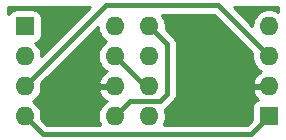
<source format=gbr>
%TF.GenerationSoftware,KiCad,Pcbnew,(5.1.6)-1*%
%TF.CreationDate,2022-10-11T15:47:42-07:00*%
%TF.ProjectId,DIP8_Adapter_B,44495038-5f41-4646-9170-7465725f422e,rev?*%
%TF.SameCoordinates,Original*%
%TF.FileFunction,Copper,L1,Top*%
%TF.FilePolarity,Positive*%
%FSLAX46Y46*%
G04 Gerber Fmt 4.6, Leading zero omitted, Abs format (unit mm)*
G04 Created by KiCad (PCBNEW (5.1.6)-1) date 2022-10-11 15:47:42*
%MOMM*%
%LPD*%
G01*
G04 APERTURE LIST*
%TA.AperFunction,ComponentPad*%
%ADD10O,1.600000X1.600000*%
%TD*%
%TA.AperFunction,ComponentPad*%
%ADD11R,1.600000X1.600000*%
%TD*%
%TA.AperFunction,ViaPad*%
%ADD12C,0.800000*%
%TD*%
%TA.AperFunction,Conductor*%
%ADD13C,0.381000*%
%TD*%
%TA.AperFunction,Conductor*%
%ADD14C,0.254000*%
%TD*%
G04 APERTURE END LIST*
D10*
%TO.P,U2,8*%
%TO.N,Net-(U2-Pad8)*%
X139573000Y-85852000D03*
%TO.P,U2,4*%
%TO.N,Net-(U2-Pad4)*%
X149733000Y-78232000D03*
%TO.P,U2,7*%
%TO.N,Vout*%
X139573000Y-83312000D03*
%TO.P,U2,3*%
%TO.N,VR+*%
X149733000Y-80772000D03*
%TO.P,U2,6*%
%TO.N,Net-(U2-Pad6)*%
X139573000Y-80772000D03*
%TO.P,U2,2*%
%TO.N,GND*%
X149733000Y-83312000D03*
%TO.P,U2,5*%
%TO.N,+5V*%
X139573000Y-78232000D03*
D11*
%TO.P,U2,1*%
%TO.N,VR-*%
X149733000Y-85852000D03*
%TD*%
D10*
%TO.P,U1,8*%
%TO.N,Net-(U1-Pad8)*%
X136652000Y-78232000D03*
%TO.P,U1,4*%
%TO.N,VR-*%
X129032000Y-85852000D03*
%TO.P,U1,7*%
%TO.N,Vout*%
X136652000Y-80772000D03*
%TO.P,U1,3*%
%TO.N,VR+*%
X129032000Y-83312000D03*
%TO.P,U1,6*%
%TO.N,GND*%
X136652000Y-83312000D03*
%TO.P,U1,2*%
%TO.N,Net-(U1-Pad2)*%
X129032000Y-80772000D03*
%TO.P,U1,5*%
%TO.N,+5V*%
X136652000Y-85852000D03*
D11*
%TO.P,U1,1*%
%TO.N,Net-(U1-Pad1)*%
X129032000Y-78232000D03*
%TD*%
D12*
%TO.N,GND*%
X148336000Y-76962000D03*
X131064000Y-76962000D03*
X131064000Y-79248000D03*
%TD*%
D13*
%TO.N,VR-*%
X129032000Y-85852000D02*
X130556000Y-87376000D01*
X148209000Y-87376000D02*
X149733000Y-85852000D01*
X130556000Y-87376000D02*
X148209000Y-87376000D01*
%TO.N,Vout*%
X139192000Y-83312000D02*
X139573000Y-83312000D01*
X136652000Y-80772000D02*
X139192000Y-83312000D01*
%TO.N,VR+*%
X129032000Y-83312000D02*
X135890000Y-76454000D01*
X145415000Y-76454000D02*
X149733000Y-80772000D01*
X135890000Y-76454000D02*
X145415000Y-76454000D01*
%TO.N,+5V*%
X141097000Y-83947000D02*
X140462000Y-84582000D01*
X137922000Y-84582000D02*
X136652000Y-85852000D01*
X139573000Y-78232000D02*
X141097000Y-79756000D01*
X140462000Y-84582000D02*
X137922000Y-84582000D01*
X141097000Y-79756000D02*
X141097000Y-83947000D01*
%TD*%
D14*
%TO.N,GND*%
G36*
X135217000Y-78373335D02*
G01*
X135272147Y-78650574D01*
X135380320Y-78911727D01*
X135537363Y-79146759D01*
X135737241Y-79346637D01*
X135969759Y-79502000D01*
X135737241Y-79657363D01*
X135537363Y-79857241D01*
X135380320Y-80092273D01*
X135272147Y-80353426D01*
X135217000Y-80630665D01*
X135217000Y-80913335D01*
X135272147Y-81190574D01*
X135380320Y-81451727D01*
X135537363Y-81686759D01*
X135737241Y-81886637D01*
X135972273Y-82043680D01*
X135982865Y-82048067D01*
X135796869Y-82159615D01*
X135588481Y-82348586D01*
X135420963Y-82574580D01*
X135300754Y-82828913D01*
X135260096Y-82962961D01*
X135382085Y-83185000D01*
X136525000Y-83185000D01*
X136525000Y-83165000D01*
X136779000Y-83165000D01*
X136779000Y-83185000D01*
X136799000Y-83185000D01*
X136799000Y-83439000D01*
X136779000Y-83439000D01*
X136779000Y-83459000D01*
X136525000Y-83459000D01*
X136525000Y-83439000D01*
X135382085Y-83439000D01*
X135260096Y-83661039D01*
X135300754Y-83795087D01*
X135420963Y-84049420D01*
X135588481Y-84275414D01*
X135796869Y-84464385D01*
X135982865Y-84575933D01*
X135972273Y-84580320D01*
X135737241Y-84737363D01*
X135537363Y-84937241D01*
X135380320Y-85172273D01*
X135272147Y-85433426D01*
X135217000Y-85710665D01*
X135217000Y-85993335D01*
X135272147Y-86270574D01*
X135380320Y-86531727D01*
X135392864Y-86550500D01*
X130897933Y-86550500D01*
X130446056Y-86098624D01*
X130467000Y-85993335D01*
X130467000Y-85710665D01*
X130411853Y-85433426D01*
X130303680Y-85172273D01*
X130146637Y-84937241D01*
X129946759Y-84737363D01*
X129714241Y-84582000D01*
X129946759Y-84426637D01*
X130146637Y-84226759D01*
X130303680Y-83991727D01*
X130411853Y-83730574D01*
X130467000Y-83453335D01*
X130467000Y-83170665D01*
X130446056Y-83065376D01*
X135217000Y-78294434D01*
X135217000Y-78373335D01*
G37*
X135217000Y-78373335D02*
X135272147Y-78650574D01*
X135380320Y-78911727D01*
X135537363Y-79146759D01*
X135737241Y-79346637D01*
X135969759Y-79502000D01*
X135737241Y-79657363D01*
X135537363Y-79857241D01*
X135380320Y-80092273D01*
X135272147Y-80353426D01*
X135217000Y-80630665D01*
X135217000Y-80913335D01*
X135272147Y-81190574D01*
X135380320Y-81451727D01*
X135537363Y-81686759D01*
X135737241Y-81886637D01*
X135972273Y-82043680D01*
X135982865Y-82048067D01*
X135796869Y-82159615D01*
X135588481Y-82348586D01*
X135420963Y-82574580D01*
X135300754Y-82828913D01*
X135260096Y-82962961D01*
X135382085Y-83185000D01*
X136525000Y-83185000D01*
X136525000Y-83165000D01*
X136779000Y-83165000D01*
X136779000Y-83185000D01*
X136799000Y-83185000D01*
X136799000Y-83439000D01*
X136779000Y-83439000D01*
X136779000Y-83459000D01*
X136525000Y-83459000D01*
X136525000Y-83439000D01*
X135382085Y-83439000D01*
X135260096Y-83661039D01*
X135300754Y-83795087D01*
X135420963Y-84049420D01*
X135588481Y-84275414D01*
X135796869Y-84464385D01*
X135982865Y-84575933D01*
X135972273Y-84580320D01*
X135737241Y-84737363D01*
X135537363Y-84937241D01*
X135380320Y-85172273D01*
X135272147Y-85433426D01*
X135217000Y-85710665D01*
X135217000Y-85993335D01*
X135272147Y-86270574D01*
X135380320Y-86531727D01*
X135392864Y-86550500D01*
X130897933Y-86550500D01*
X130446056Y-86098624D01*
X130467000Y-85993335D01*
X130467000Y-85710665D01*
X130411853Y-85433426D01*
X130303680Y-85172273D01*
X130146637Y-84937241D01*
X129946759Y-84737363D01*
X129714241Y-84582000D01*
X129946759Y-84426637D01*
X130146637Y-84226759D01*
X130303680Y-83991727D01*
X130411853Y-83730574D01*
X130467000Y-83453335D01*
X130467000Y-83170665D01*
X130446056Y-83065376D01*
X135217000Y-78294434D01*
X135217000Y-78373335D01*
G36*
X148318944Y-80525376D02*
G01*
X148298000Y-80630665D01*
X148298000Y-80913335D01*
X148353147Y-81190574D01*
X148461320Y-81451727D01*
X148618363Y-81686759D01*
X148818241Y-81886637D01*
X149053273Y-82043680D01*
X149063865Y-82048067D01*
X148877869Y-82159615D01*
X148669481Y-82348586D01*
X148501963Y-82574580D01*
X148381754Y-82828913D01*
X148341096Y-82962961D01*
X148463085Y-83185000D01*
X149606000Y-83185000D01*
X149606000Y-83165000D01*
X149860000Y-83165000D01*
X149860000Y-83185000D01*
X149880000Y-83185000D01*
X149880000Y-83439000D01*
X149860000Y-83439000D01*
X149860000Y-83459000D01*
X149606000Y-83459000D01*
X149606000Y-83439000D01*
X148463085Y-83439000D01*
X148341096Y-83661039D01*
X148381754Y-83795087D01*
X148501963Y-84049420D01*
X148669481Y-84275414D01*
X148833080Y-84423769D01*
X148808518Y-84426188D01*
X148688820Y-84462498D01*
X148578506Y-84521463D01*
X148481815Y-84600815D01*
X148402463Y-84697506D01*
X148343498Y-84807820D01*
X148307188Y-84927518D01*
X148294928Y-85052000D01*
X148294928Y-86122640D01*
X147867068Y-86550500D01*
X140832136Y-86550500D01*
X140844680Y-86531727D01*
X140952853Y-86270574D01*
X141008000Y-85993335D01*
X141008000Y-85710665D01*
X140952853Y-85433426D01*
X140892567Y-85287882D01*
X140922842Y-85271699D01*
X141048541Y-85168541D01*
X141074397Y-85137035D01*
X141652044Y-84559390D01*
X141683541Y-84533541D01*
X141709389Y-84502045D01*
X141709392Y-84502042D01*
X141786699Y-84407843D01*
X141863353Y-84264434D01*
X141910556Y-84108826D01*
X141922500Y-83987553D01*
X141922500Y-83987551D01*
X141926494Y-83947000D01*
X141922500Y-83906450D01*
X141922500Y-79796542D01*
X141926493Y-79755999D01*
X141922500Y-79715456D01*
X141922500Y-79715447D01*
X141910556Y-79594174D01*
X141863353Y-79438566D01*
X141786699Y-79295158D01*
X141786698Y-79295156D01*
X141709391Y-79200958D01*
X141683541Y-79169459D01*
X141652041Y-79143608D01*
X140987056Y-78478624D01*
X141008000Y-78373335D01*
X141008000Y-78090665D01*
X140952853Y-77813426D01*
X140844680Y-77552273D01*
X140687637Y-77317241D01*
X140649896Y-77279500D01*
X145073068Y-77279500D01*
X148318944Y-80525376D01*
G37*
X148318944Y-80525376D02*
X148298000Y-80630665D01*
X148298000Y-80913335D01*
X148353147Y-81190574D01*
X148461320Y-81451727D01*
X148618363Y-81686759D01*
X148818241Y-81886637D01*
X149053273Y-82043680D01*
X149063865Y-82048067D01*
X148877869Y-82159615D01*
X148669481Y-82348586D01*
X148501963Y-82574580D01*
X148381754Y-82828913D01*
X148341096Y-82962961D01*
X148463085Y-83185000D01*
X149606000Y-83185000D01*
X149606000Y-83165000D01*
X149860000Y-83165000D01*
X149860000Y-83185000D01*
X149880000Y-83185000D01*
X149880000Y-83439000D01*
X149860000Y-83439000D01*
X149860000Y-83459000D01*
X149606000Y-83459000D01*
X149606000Y-83439000D01*
X148463085Y-83439000D01*
X148341096Y-83661039D01*
X148381754Y-83795087D01*
X148501963Y-84049420D01*
X148669481Y-84275414D01*
X148833080Y-84423769D01*
X148808518Y-84426188D01*
X148688820Y-84462498D01*
X148578506Y-84521463D01*
X148481815Y-84600815D01*
X148402463Y-84697506D01*
X148343498Y-84807820D01*
X148307188Y-84927518D01*
X148294928Y-85052000D01*
X148294928Y-86122640D01*
X147867068Y-86550500D01*
X140832136Y-86550500D01*
X140844680Y-86531727D01*
X140952853Y-86270574D01*
X141008000Y-85993335D01*
X141008000Y-85710665D01*
X140952853Y-85433426D01*
X140892567Y-85287882D01*
X140922842Y-85271699D01*
X141048541Y-85168541D01*
X141074397Y-85137035D01*
X141652044Y-84559390D01*
X141683541Y-84533541D01*
X141709389Y-84502045D01*
X141709392Y-84502042D01*
X141786699Y-84407843D01*
X141863353Y-84264434D01*
X141910556Y-84108826D01*
X141922500Y-83987553D01*
X141922500Y-83987551D01*
X141926494Y-83947000D01*
X141922500Y-83906450D01*
X141922500Y-79796542D01*
X141926493Y-79755999D01*
X141922500Y-79715456D01*
X141922500Y-79715447D01*
X141910556Y-79594174D01*
X141863353Y-79438566D01*
X141786699Y-79295158D01*
X141786698Y-79295156D01*
X141709391Y-79200958D01*
X141683541Y-79169459D01*
X141652041Y-79143608D01*
X140987056Y-78478624D01*
X141008000Y-78373335D01*
X141008000Y-78090665D01*
X140952853Y-77813426D01*
X140844680Y-77552273D01*
X140687637Y-77317241D01*
X140649896Y-77279500D01*
X145073068Y-77279500D01*
X148318944Y-80525376D01*
G36*
X130467000Y-80709567D02*
G01*
X130467000Y-80630665D01*
X130411853Y-80353426D01*
X130303680Y-80092273D01*
X130146637Y-79857241D01*
X129948039Y-79658643D01*
X129956482Y-79657812D01*
X130076180Y-79621502D01*
X130186494Y-79562537D01*
X130283185Y-79483185D01*
X130362537Y-79386494D01*
X130421502Y-79276180D01*
X130457812Y-79156482D01*
X130470072Y-79032000D01*
X130470072Y-77432000D01*
X130457812Y-77307518D01*
X130421502Y-77187820D01*
X130362537Y-77077506D01*
X130283185Y-76980815D01*
X130186494Y-76901463D01*
X130076180Y-76842498D01*
X129956482Y-76806188D01*
X129832000Y-76793928D01*
X128232000Y-76793928D01*
X128107518Y-76806188D01*
X127987820Y-76842498D01*
X127877506Y-76901463D01*
X127780815Y-76980815D01*
X127701463Y-77077506D01*
X127660000Y-77155077D01*
X127660000Y-76606000D01*
X134570566Y-76606000D01*
X130467000Y-80709567D01*
G37*
X130467000Y-80709567D02*
X130467000Y-80630665D01*
X130411853Y-80353426D01*
X130303680Y-80092273D01*
X130146637Y-79857241D01*
X129948039Y-79658643D01*
X129956482Y-79657812D01*
X130076180Y-79621502D01*
X130186494Y-79562537D01*
X130283185Y-79483185D01*
X130362537Y-79386494D01*
X130421502Y-79276180D01*
X130457812Y-79156482D01*
X130470072Y-79032000D01*
X130470072Y-77432000D01*
X130457812Y-77307518D01*
X130421502Y-77187820D01*
X130362537Y-77077506D01*
X130283185Y-76980815D01*
X130186494Y-76901463D01*
X130076180Y-76842498D01*
X129956482Y-76806188D01*
X129832000Y-76793928D01*
X128232000Y-76793928D01*
X128107518Y-76806188D01*
X127987820Y-76842498D01*
X127877506Y-76901463D01*
X127780815Y-76980815D01*
X127701463Y-77077506D01*
X127660000Y-77155077D01*
X127660000Y-76606000D01*
X134570566Y-76606000D01*
X130467000Y-80709567D01*
G36*
X150470000Y-76998589D02*
G01*
X150412727Y-76960320D01*
X150151574Y-76852147D01*
X149874335Y-76797000D01*
X149591665Y-76797000D01*
X149314426Y-76852147D01*
X149053273Y-76960320D01*
X148818241Y-77117363D01*
X148618363Y-77317241D01*
X148461320Y-77552273D01*
X148353147Y-77813426D01*
X148298000Y-78090665D01*
X148298000Y-78169567D01*
X146734432Y-76606000D01*
X150470000Y-76606000D01*
X150470000Y-76998589D01*
G37*
X150470000Y-76998589D02*
X150412727Y-76960320D01*
X150151574Y-76852147D01*
X149874335Y-76797000D01*
X149591665Y-76797000D01*
X149314426Y-76852147D01*
X149053273Y-76960320D01*
X148818241Y-77117363D01*
X148618363Y-77317241D01*
X148461320Y-77552273D01*
X148353147Y-77813426D01*
X148298000Y-78090665D01*
X148298000Y-78169567D01*
X146734432Y-76606000D01*
X150470000Y-76606000D01*
X150470000Y-76998589D01*
%TD*%
M02*

</source>
